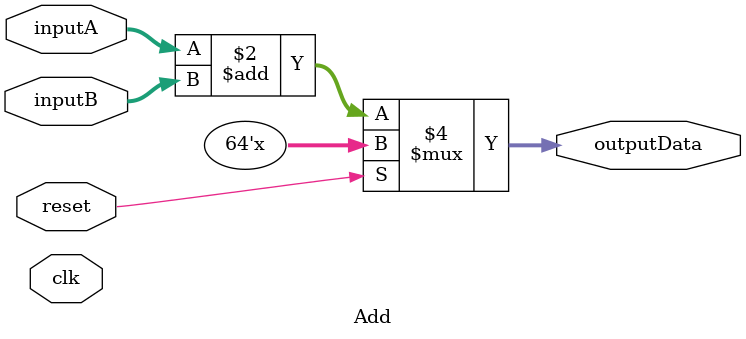
<source format=v>
`timescale 1ns / 1ps

module Add(
    input clk,
    input reset,
    
    input [63:0] inputA,
    input [63:0] inputB,
    
    output reg [63:0] outputData
    );
    
    always @(*)
    begin
        if (reset)
        begin
           // #1 outputData = 0;
        end
        else
        begin
            #1 outputData = inputA + inputB;
        end
    end
    
    /*
    always @(posedge clk)
    begin
        if (reset)
        begin
            outputData <= 0;
        end
        else
        begin
            outputData <= inputA + inputB;
        end
    end
    
    */
endmodule

</source>
